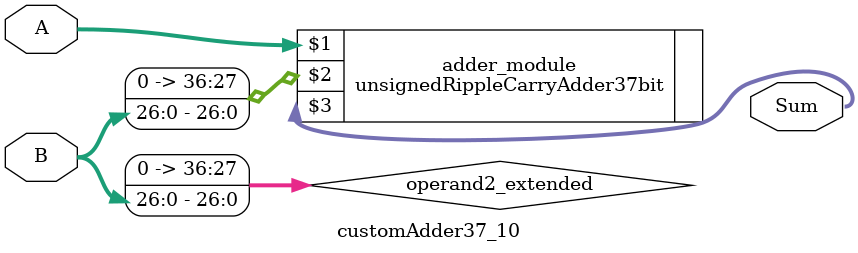
<source format=v>
module customAdder37_10(
                        input [36 : 0] A,
                        input [26 : 0] B,
                        
                        output [37 : 0] Sum
                );

        wire [36 : 0] operand2_extended;
        
        assign operand2_extended =  {10'b0, B};
        
        unsignedRippleCarryAdder37bit adder_module(
            A,
            operand2_extended,
            Sum
        );
        
        endmodule
        
</source>
